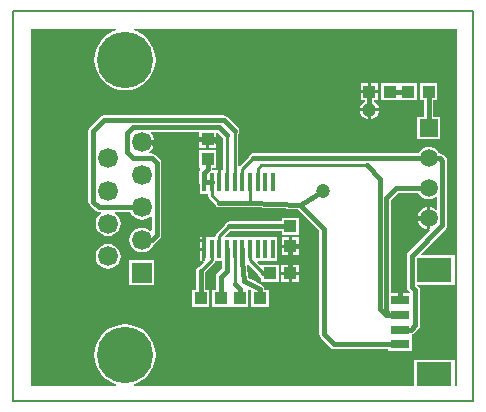
<source format=gtl>
%FSAX24Y24*%
%MOIN*%
G70*
G01*
G75*
G04 Layer_Physical_Order=1*
G04 Layer_Color=255*
%ADD10R,0.1181X0.0827*%
%ADD11R,0.0630X0.0315*%
%ADD12R,0.0433X0.0394*%
%ADD13R,0.0394X0.0433*%
%ADD14R,0.0118X0.0630*%
%ADD15C,0.0157*%
%ADD16C,0.0094*%
%ADD17C,0.0080*%
%ADD18C,0.0591*%
%ADD19R,0.0591X0.0591*%
%ADD20C,0.0665*%
%ADD21R,0.0665X0.0665*%
%ADD22C,0.1874*%
%ADD23C,0.0472*%
G36*
X071927Y085908D02*
X071850D01*
Y086772D01*
X070512D01*
Y085908D01*
X061162D01*
X061155Y085957D01*
X061257Y085988D01*
X061433Y086082D01*
X061588Y086209D01*
X061715Y086364D01*
X061809Y086541D01*
X061867Y086732D01*
X061887Y086931D01*
X061867Y087130D01*
X061809Y087322D01*
X061715Y087498D01*
X061588Y087653D01*
X061433Y087780D01*
X061257Y087874D01*
X061065Y087932D01*
X060866Y087952D01*
X060667Y087932D01*
X060476Y087874D01*
X060299Y087780D01*
X060144Y087653D01*
X060017Y087498D01*
X059923Y087322D01*
X059865Y087130D01*
X059845Y086931D01*
X059865Y086732D01*
X059923Y086541D01*
X060017Y086364D01*
X060144Y086209D01*
X060299Y086082D01*
X060476Y085988D01*
X060577Y085957D01*
X060570Y085908D01*
X057719D01*
Y097793D01*
X060570D01*
X060577Y097744D01*
X060476Y097713D01*
X060299Y097618D01*
X060144Y097491D01*
X060017Y097337D01*
X059923Y097160D01*
X059865Y096969D01*
X059845Y096770D01*
X059865Y096571D01*
X059923Y096379D01*
X060017Y096203D01*
X060144Y096048D01*
X060299Y095921D01*
X060476Y095827D01*
X060667Y095769D01*
X060866Y095749D01*
X061065Y095769D01*
X061257Y095827D01*
X061433Y095921D01*
X061588Y096048D01*
X061715Y096203D01*
X061809Y096379D01*
X061867Y096571D01*
X061887Y096770D01*
X061867Y096969D01*
X061809Y097160D01*
X061715Y097337D01*
X061588Y097491D01*
X061433Y097618D01*
X061257Y097713D01*
X061155Y097744D01*
X061162Y097793D01*
X071927D01*
Y085908D01*
D02*
G37*
%LPC*%
G36*
X066328Y090846D02*
X066102D01*
Y090601D01*
X066328D01*
Y090846D01*
D02*
G37*
G36*
X063444Y090846D02*
X063356D01*
Y090503D01*
X063444D01*
Y090846D01*
D02*
G37*
G36*
X066654Y090501D02*
X066428D01*
Y090256D01*
X066654D01*
Y090501D01*
D02*
G37*
G36*
Y091516D02*
X066102D01*
Y091381D01*
X064346D01*
X064285Y091369D01*
X064233Y091334D01*
X064198Y091282D01*
X064191Y091247D01*
X063915Y090971D01*
X063887Y090929D01*
X063877Y090880D01*
Y090846D01*
X063544D01*
Y090453D01*
Y090059D01*
X063482D01*
X063501Y090013D01*
X063359Y089871D01*
X063324Y089864D01*
X063272Y089829D01*
X063237Y089777D01*
X063225Y089716D01*
Y089094D01*
X063091D01*
Y088543D01*
X063681D01*
Y089094D01*
X063546D01*
Y089695D01*
X063841Y089989D01*
X063869Y090031D01*
X063870Y090039D01*
X063874Y090059D01*
X064101D01*
Y089803D01*
X063942Y089644D01*
X063907Y089591D01*
X063905Y089581D01*
X063895Y089530D01*
X063895Y089530D01*
Y089094D01*
X063760D01*
Y088543D01*
X064350D01*
Y088543D01*
X064350D01*
X064350Y088543D01*
X064390D01*
Y088543D01*
X064980D01*
Y089091D01*
X064982Y089092D01*
D01*
X065003Y089105D01*
X065020Y089110D01*
X065059Y089087D01*
Y088543D01*
X065650D01*
Y089094D01*
X065515D01*
Y089120D01*
X065510Y089143D01*
X065508Y089166D01*
X065504Y089173D01*
X065503Y089181D01*
X065490Y089201D01*
X065479Y089221D01*
X065473Y089227D01*
X065468Y089234D01*
X065449Y089246D01*
X065431Y089261D01*
X065117Y089431D01*
X064974Y089509D01*
X064945Y089917D01*
X064990Y089938D01*
X065309Y089619D01*
X065315Y089584D01*
X065350Y089532D01*
X065402Y089497D01*
X065413Y089495D01*
Y089370D01*
X066004D01*
Y089921D01*
X065413D01*
X065413Y089921D01*
Y089921D01*
X065383Y089909D01*
X065278Y090013D01*
X065297Y090059D01*
X065935D01*
Y090846D01*
X064219D01*
X064200Y090893D01*
X064367Y091060D01*
X066102D01*
Y090925D01*
X066654D01*
Y091516D01*
D02*
G37*
G36*
Y090846D02*
X066428D01*
Y090601D01*
X066654D01*
Y090846D01*
D02*
G37*
G36*
X066328Y089596D02*
X066083D01*
Y089370D01*
X066328D01*
Y089596D01*
D02*
G37*
G36*
X066673Y089921D02*
X066428D01*
Y089696D01*
X066673D01*
Y089921D01*
D02*
G37*
G36*
X066328D02*
X066083D01*
Y089696D01*
X066328D01*
Y089921D01*
D02*
G37*
G36*
X066673Y089596D02*
X066428D01*
Y089370D01*
X066673D01*
Y089596D01*
D02*
G37*
G36*
X066328Y090501D02*
X066102D01*
Y090256D01*
X066328D01*
Y090501D01*
D02*
G37*
G36*
X063444Y090403D02*
X063356D01*
Y090059D01*
X063444D01*
Y090403D01*
D02*
G37*
G36*
X060307Y090630D02*
X060200Y090615D01*
X060100Y090574D01*
X060014Y090508D01*
X059948Y090422D01*
X059906Y090322D01*
X059892Y090215D01*
X059906Y090107D01*
X059948Y090007D01*
X060014Y089921D01*
X060100Y089855D01*
X060200Y089814D01*
X060307Y089800D01*
X060414Y089814D01*
X060515Y089855D01*
X060601Y089921D01*
X060666Y090007D01*
X060708Y090107D01*
X060722Y090215D01*
X060708Y090322D01*
X060666Y090422D01*
X060601Y090508D01*
X060515Y090574D01*
X060414Y090615D01*
X060307Y090630D01*
D02*
G37*
G36*
X069311Y095659D02*
X068720D01*
Y095433D01*
X068869D01*
X068878Y095384D01*
X068857Y095375D01*
X068791Y095325D01*
X068741Y095259D01*
X068709Y095182D01*
X068705Y095150D01*
X069327D01*
X069323Y095182D01*
X069291Y095259D01*
X069240Y095325D01*
X069175Y095375D01*
X069153Y095384D01*
X069163Y095433D01*
X069311D01*
Y095659D01*
D02*
G37*
G36*
X064160Y094918D02*
X064160Y094918D01*
X060160D01*
X060160Y094918D01*
X060109Y094908D01*
X060099Y094906D01*
X060046Y094871D01*
X060046Y094871D01*
X059696Y094521D01*
X059662Y094469D01*
X059660Y094459D01*
X059649Y094408D01*
X059649Y094408D01*
Y092040D01*
X059649Y092040D01*
X059660Y091989D01*
X059662Y091979D01*
X059696Y091927D01*
X059886Y091737D01*
X059886Y091737D01*
X059921Y091714D01*
X059939Y091702D01*
X060000Y091690D01*
X060000Y091690D01*
X060055D01*
X060071Y091642D01*
X060014Y091599D01*
X059948Y091513D01*
X059906Y091413D01*
X059892Y091305D01*
X059906Y091198D01*
X059948Y091098D01*
X060014Y091012D01*
X060100Y090946D01*
X060200Y090904D01*
X060307Y090890D01*
X060414Y090904D01*
X060515Y090946D01*
X060601Y091012D01*
X060666Y091098D01*
X060708Y091198D01*
X060722Y091305D01*
X060708Y091413D01*
X060666Y091513D01*
X060601Y091599D01*
X060515Y091664D01*
X060520Y091690D01*
X061046D01*
X061066Y091643D01*
X061132Y091557D01*
X061218Y091491D01*
X061318Y091450D01*
X061425Y091435D01*
X061533Y091450D01*
X061633Y091491D01*
X061715Y091554D01*
X061759Y091532D01*
Y091078D01*
X061715Y091056D01*
X061633Y091119D01*
X061533Y091161D01*
X061425Y091175D01*
X061318Y091161D01*
X061218Y091119D01*
X061132Y091053D01*
X061066Y090967D01*
X061024Y090867D01*
X061010Y090760D01*
X061024Y090652D01*
X061066Y090552D01*
X061132Y090466D01*
X061218Y090400D01*
X061318Y090359D01*
X061425Y090345D01*
X061533Y090359D01*
X061633Y090400D01*
X061719Y090466D01*
X061785Y090552D01*
X061808Y090609D01*
X061811Y090609D01*
X061821Y090611D01*
X061874Y090646D01*
X062034Y090806D01*
X062034Y090806D01*
X062068Y090858D01*
X062081Y090920D01*
Y093330D01*
X062068Y093391D01*
X062034Y093444D01*
X062034Y093444D01*
X061874Y093604D01*
X061821Y093638D01*
X061811Y093640D01*
X061760Y093651D01*
X061760Y093651D01*
X061682D01*
X061666Y093698D01*
X061719Y093738D01*
X061785Y093824D01*
X061826Y093924D01*
X061834Y093982D01*
X061425D01*
Y094081D01*
X061834D01*
X061826Y094139D01*
X061785Y094239D01*
X061719Y094325D01*
X061731Y094361D01*
X063346D01*
Y094184D01*
X063898D01*
Y094332D01*
X063944Y094351D01*
X064133Y094161D01*
Y093091D01*
X064056D01*
Y092697D01*
X063956D01*
Y093091D01*
X063813D01*
X063781Y093129D01*
X063783Y093138D01*
X063783Y093138D01*
Y093169D01*
X063898D01*
Y093760D01*
X063346D01*
Y093169D01*
X063362D01*
X063381Y093124D01*
X063381Y093124D01*
X063356Y093091D01*
X063356D01*
Y093087D01*
X063346Y093071D01*
X063344Y093061D01*
X063334Y093010D01*
X063334Y093010D01*
Y092697D01*
X063346Y092635D01*
X063356Y092620D01*
Y092303D01*
X063622D01*
Y092260D01*
X063631Y092211D01*
X063659Y092169D01*
X063845Y091984D01*
X063852Y091949D01*
X063886Y091896D01*
X063939Y091862D01*
X064000Y091849D01*
X065026D01*
X066621Y091782D01*
X067346Y091057D01*
Y087617D01*
X067346Y087617D01*
X067356Y087566D01*
X067358Y087555D01*
X067393Y087503D01*
X067393Y087503D01*
X067393Y087503D01*
Y087503D01*
X067726Y087170D01*
X067726Y087170D01*
X067779Y087135D01*
X067789Y087133D01*
X067840Y087123D01*
X067840Y087123D01*
X069646D01*
Y087047D01*
X070433D01*
Y087520D01*
D01*
Y087520D01*
X070433Y087520D01*
Y087539D01*
X070433D01*
Y087622D01*
X070451Y087625D01*
X070461Y087627D01*
X070514Y087662D01*
X070514Y087662D01*
X070514Y087662D01*
X070654Y087802D01*
X070688Y087854D01*
X070690Y087864D01*
X070701Y087916D01*
X070701Y087916D01*
Y089080D01*
X070688Y089141D01*
X070654Y089194D01*
X070654Y089194D01*
X070591Y089257D01*
Y089272D01*
X071850D01*
Y090256D01*
X070738D01*
X070719Y090302D01*
X071554Y091136D01*
X071554Y091136D01*
X071588Y091189D01*
X071590Y091199D01*
X071601Y091250D01*
X071601Y091250D01*
Y093408D01*
X071601Y093408D01*
X071588Y093470D01*
X071554Y093522D01*
X071474Y093602D01*
X071421Y093637D01*
X071411Y093639D01*
X071360Y093649D01*
X071360Y093649D01*
X071323D01*
X071311Y093677D01*
X071251Y093755D01*
X071173Y093815D01*
X071082Y093853D01*
X070984Y093865D01*
X070887Y093853D01*
X070796Y093815D01*
X070718Y093755D01*
X070658Y093677D01*
X070646Y093649D01*
X065142D01*
X065080Y093637D01*
X065028Y093602D01*
X064993Y093550D01*
X064986Y093515D01*
X064692Y093220D01*
X064646Y093240D01*
Y094309D01*
X064666Y094339D01*
X064678Y094400D01*
X064666Y094461D01*
X064631Y094514D01*
X064273Y094871D01*
X064221Y094906D01*
X064211Y094908D01*
X064160Y094918D01*
D02*
G37*
G36*
X069327Y095050D02*
X069066D01*
Y094789D01*
X069098Y094793D01*
X069175Y094825D01*
X069240Y094875D01*
X069291Y094941D01*
X069323Y095018D01*
X069327Y095050D01*
D02*
G37*
G36*
X069980Y095984D02*
Y095984D01*
X069980D01*
X069980D01*
X069390D01*
Y095433D01*
X069980D01*
Y095433D01*
X069980D01*
X069980Y095433D01*
X070020Y095433D01*
Y095433D01*
X070610D01*
Y095984D01*
X070020D01*
Y095984D01*
X069989Y095984D01*
X069980Y095984D01*
D02*
G37*
G36*
X069311Y095984D02*
X069066D01*
Y095759D01*
X069311D01*
Y095984D01*
D02*
G37*
G36*
X068966D02*
X068720D01*
Y095759D01*
X068966D01*
Y095984D01*
D02*
G37*
G36*
X063572Y094084D02*
X063346D01*
Y093839D01*
X063572D01*
Y094084D01*
D02*
G37*
G36*
X061837Y090081D02*
X061014D01*
Y089258D01*
X061837D01*
Y090081D01*
D02*
G37*
G36*
X063898Y094084D02*
X063672D01*
Y093839D01*
X063898D01*
Y094084D01*
D02*
G37*
G36*
X068966Y095050D02*
X068705D01*
X068709Y095018D01*
X068741Y094941D01*
X068791Y094875D01*
X068857Y094825D01*
X068934Y094793D01*
X068966Y094789D01*
Y095050D01*
D02*
G37*
G36*
X071280Y095984D02*
X070689D01*
Y095433D01*
X070824D01*
Y095090D01*
X070824Y095090D01*
X070824Y095090D01*
Y094862D01*
X070610D01*
Y094114D01*
X071358D01*
Y094862D01*
X071145D01*
Y095090D01*
X071145Y095090D01*
Y095433D01*
X071280D01*
Y095984D01*
D02*
G37*
%LPD*%
G36*
X070658Y092300D02*
X070718Y092221D01*
X070796Y092161D01*
X070887Y092124D01*
X070984Y092111D01*
X071082Y092124D01*
X071173Y092161D01*
X071235Y092209D01*
X071279Y092187D01*
Y091790D01*
X071235Y091768D01*
X071173Y091815D01*
X071082Y091853D01*
X071034Y091859D01*
Y091488D01*
Y091117D01*
X071010Y091114D01*
X071032Y091070D01*
X070316Y090354D01*
X070282Y090301D01*
X070280Y090291D01*
X070269Y090240D01*
X070269Y090240D01*
Y089190D01*
X070269Y089190D01*
X070280Y089139D01*
X070282Y089129D01*
X070316Y089076D01*
X070351Y089042D01*
X070332Y088996D01*
X070089D01*
Y088760D01*
X069989D01*
Y088996D01*
X069721D01*
Y092093D01*
X069955Y092328D01*
X070646D01*
X070658Y092300D01*
D02*
G37*
%LPC*%
G36*
X070934Y091859D02*
X070887Y091853D01*
X070796Y091815D01*
X070718Y091755D01*
X070658Y091677D01*
X070620Y091586D01*
X070614Y091538D01*
X070934D01*
Y091859D01*
D02*
G37*
G36*
Y091438D02*
X070614D01*
X070620Y091391D01*
X070658Y091300D01*
X070718Y091221D01*
X070796Y091161D01*
X070887Y091124D01*
X070934Y091118D01*
Y091438D01*
D02*
G37*
%LPD*%
D10*
X071181Y086280D02*
D03*
Y089764D02*
D03*
D11*
X070039Y087283D02*
D03*
Y087776D02*
D03*
Y088268D02*
D03*
Y088760D02*
D03*
D12*
X070315Y095709D02*
D03*
X070984D02*
D03*
X069685Y095709D02*
D03*
X069016D02*
D03*
X066378Y089646D02*
D03*
X065709D02*
D03*
X065354Y088819D02*
D03*
X064685D02*
D03*
X063386D02*
D03*
X064055D02*
D03*
D13*
X066378Y091220D02*
D03*
Y090551D02*
D03*
X063622Y094134D02*
D03*
Y093465D02*
D03*
D14*
X063494Y090453D02*
D03*
X063750D02*
D03*
X064006D02*
D03*
X064262D02*
D03*
X064518D02*
D03*
X064774D02*
D03*
X065030D02*
D03*
X065285D02*
D03*
X065541D02*
D03*
X065797D02*
D03*
X063494Y092697D02*
D03*
X063750D02*
D03*
X064006D02*
D03*
X064262D02*
D03*
X064518D02*
D03*
X064774D02*
D03*
X065030D02*
D03*
X065285D02*
D03*
X065541D02*
D03*
X065797D02*
D03*
D15*
X069560Y088388D02*
X069680Y088268D01*
X070039D01*
X069560D02*
X069680D01*
X070030Y088760D02*
Y091118D01*
X061760Y094031D02*
X062720Y093071D01*
X061760Y094031D02*
X062470D01*
X061425D02*
X061760D01*
X065142Y093488D02*
X070984D01*
X070039Y087776D02*
X070400D01*
X070540Y087916D01*
Y089080D01*
X070430Y089190D02*
X070540Y089080D01*
X070430Y089190D02*
Y090240D01*
X071440Y091250D01*
Y093408D01*
X071360Y093488D02*
X071440Y093408D01*
X070984Y093488D02*
X071360D01*
X064160Y094758D02*
X064518Y094400D01*
X060160Y094758D02*
X064160D01*
X059810Y094408D02*
X060160Y094758D01*
X059810Y092040D02*
Y094408D01*
Y092040D02*
X060000Y091850D01*
X061425D01*
X069380Y088448D02*
X069560Y088268D01*
X069380Y088448D02*
Y092800D01*
X068930Y093250D02*
X069380Y092800D01*
X069680Y088268D02*
X070039D01*
X069560Y088388D02*
Y092160D01*
X069888Y092488D01*
X070984D01*
X061425Y090760D02*
X061760D01*
X061920Y090920D01*
Y093330D01*
X061760Y093490D02*
X061920Y093330D01*
X061120Y093490D02*
X061760D01*
X060930Y093680D02*
X061120Y093490D01*
X060930Y093680D02*
Y094332D01*
X061120Y094522D01*
X064000D01*
X064262Y094260D01*
X065464Y089646D02*
X065709D01*
X064346Y091220D02*
X066378D01*
X064685Y088819D02*
Y089120D01*
X064518Y089287D02*
X064685Y089120D01*
X064774Y090060D02*
Y090453D01*
Y090060D02*
X064820Y089410D01*
X065040Y089290D01*
X065354Y089120D01*
Y088819D02*
Y089120D01*
X064262Y089737D02*
Y090453D01*
X064055Y089530D02*
X064262Y089737D01*
X064055Y088819D02*
Y089530D01*
X063386Y088819D02*
Y089716D01*
X066690Y091940D02*
X067480Y092410D01*
X070984Y095090D02*
Y095709D01*
Y095090D02*
X070984Y095090D01*
Y094488D02*
Y095090D01*
X065030Y092010D02*
X066690Y091940D01*
X067507Y091123D01*
Y087617D02*
Y091123D01*
Y087617D02*
X067840Y087283D01*
X070039D01*
X063622Y093138D02*
Y093465D01*
X063494Y093010D02*
X063622Y093138D01*
X063494Y092697D02*
Y093010D01*
X064000Y092010D02*
X065030D01*
X063494Y092697D02*
X063750D01*
X069016Y095100D02*
Y095709D01*
X070030Y088760D02*
X070039D01*
X070030Y091118D02*
X070400Y091488D01*
X070984D01*
X066378Y089646D02*
Y090551D01*
X066651D01*
X066740Y090640D01*
Y091520D01*
X066660Y091600D02*
X066740Y091520D01*
X063894Y091600D02*
X066660D01*
X063494Y091200D02*
X063894Y091600D01*
X061425Y094031D02*
X061760D01*
X062720Y091070D02*
Y093071D01*
X062572Y094134D02*
X063622D01*
X062470Y094031D02*
X062572Y094134D01*
X063840D02*
X064006Y093968D01*
X063622Y094134D02*
X063840D01*
X069990Y095709D02*
X070315D01*
X069990Y095709D02*
X069990Y095709D01*
X069685Y095709D02*
X069990D01*
D16*
X063494Y090750D02*
Y091200D01*
Y090453D02*
Y090750D01*
X063040D02*
X063494D01*
X064774Y093120D02*
X065142Y093488D01*
X064774Y092697D02*
Y093120D01*
X064518Y092697D02*
Y094400D01*
X065415Y093250D02*
X068930D01*
X065285Y093120D02*
X065415Y093250D01*
X065285Y092697D02*
Y093120D01*
X064262Y092697D02*
Y094260D01*
X065030Y090080D02*
Y090453D01*
Y090080D02*
X065464Y089646D01*
X064006Y090453D02*
Y090880D01*
X064346Y091220D01*
X064518Y089287D02*
Y090453D01*
X063750Y090080D02*
Y090453D01*
X063386Y089716D02*
X063750Y090080D01*
Y092260D02*
Y092697D01*
Y092260D02*
X064000Y092010D01*
X065030D02*
Y092697D01*
X062720Y091070D02*
X063040Y090750D01*
X063494Y090453D02*
Y090750D01*
X064006Y092697D02*
Y093968D01*
D17*
X057126Y085394D02*
Y098386D01*
X072480Y085394D02*
Y098386D01*
X057126D02*
X072480D01*
X057126Y085394D02*
X072480D01*
D18*
X070984Y091488D02*
D03*
Y092488D02*
D03*
Y093488D02*
D03*
D19*
Y094488D02*
D03*
D20*
X061425Y094031D02*
D03*
X060307Y093486D02*
D03*
X061425Y092941D02*
D03*
X060307Y092396D02*
D03*
X061425Y091850D02*
D03*
X060307Y091305D02*
D03*
X061425Y090760D02*
D03*
X060307Y090215D02*
D03*
D21*
X061425Y089669D02*
D03*
D22*
X060866Y086931D02*
D03*
Y096770D02*
D03*
D23*
X067480Y092410D02*
D03*
X069016Y095100D02*
D03*
M02*

</source>
